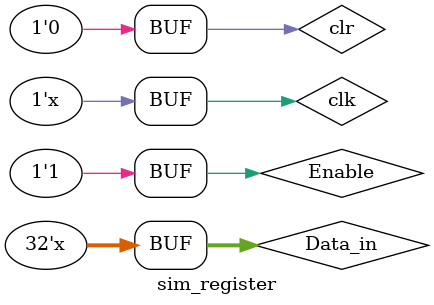
<source format=v>
`timescale 1ns / 1ps


module sim_register();
	reg [31:0] Data_in;
	reg clk;
	reg clr;
	reg Enable;
	wire [31:0] Data_out;
	
	initial begin
		clk = 0;
		clr = 0;
		Data_in = 32'hffff0000;
		Enable = 1;
		
		#103;
		clr = 1;
		#5;
		clr = 0;
	end
	
	always begin
		#5;
		Data_in = Data_in + 1;
		clk = ~clk;
	end
	
	register #(.WIDTH(32)) register(Data_in,Enable,clk,clr,Data_out);
endmodule

</source>
